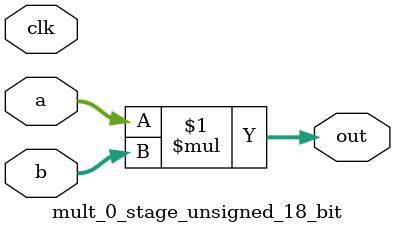
<source format=sv>
(* use_dsp = "yes" *) module mult_0_stage_unsigned_18_bit(
	input  [17:0] a,
	input  [17:0] b,
	output [17:0] out,
	input clk);

	assign out = a * b;
endmodule

</source>
